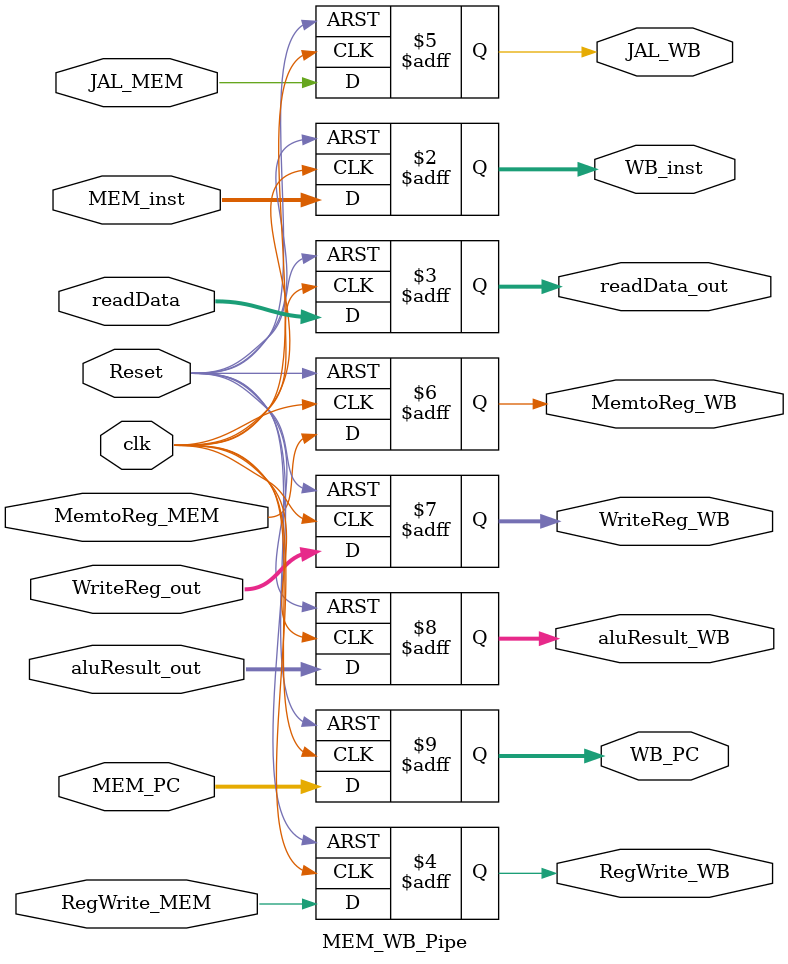
<source format=v>
module MEM_WB_Pipe (
    input wire clk,
    input wire Reset,
    input wire [31:0] MEM_inst,
    input wire RegWrite_MEM,
    input wire [31:0] readData,
    input wire [4:0] WriteReg_out,
    input wire [31:0] aluResult_out,
	 input wire [31:0] MEM_PC,
    input wire JAL_MEM, MemtoReg_MEM,

    output reg [31:0] WB_inst,
    output reg [31:0] readData_out,
    output reg RegWrite_WB,
	 output reg JAL_WB, MemtoReg_WB,
    output reg [4:0] WriteReg_WB,
    output reg [31:0] aluResult_WB,
	 output reg [31:0] WB_PC
    
 );

always @(posedge clk or posedge Reset) begin
    if (Reset) begin
	 
        WB_inst <= 32'b0;
        readData_out <= 32'b0;
        RegWrite_WB <= 1'b0;
        WriteReg_WB <= 5'b0;
        aluResult_WB <= 32'b0;
		  JAL_WB <= 1'b0;
		  WB_PC <= 32'b0;
		  MemtoReg_WB <= 1'b0;
		  
    end else begin
	 
        WB_inst <= MEM_inst;
        readData_out <= readData;
        RegWrite_WB <= RegWrite_MEM;
        WriteReg_WB <= WriteReg_out;
		  JAL_WB <= JAL_MEM;
		  WB_PC <= MEM_PC;
		  aluResult_WB <= aluResult_out;
		  MemtoReg_WB <= MemtoReg_MEM;

    end
end

endmodule 
</source>
